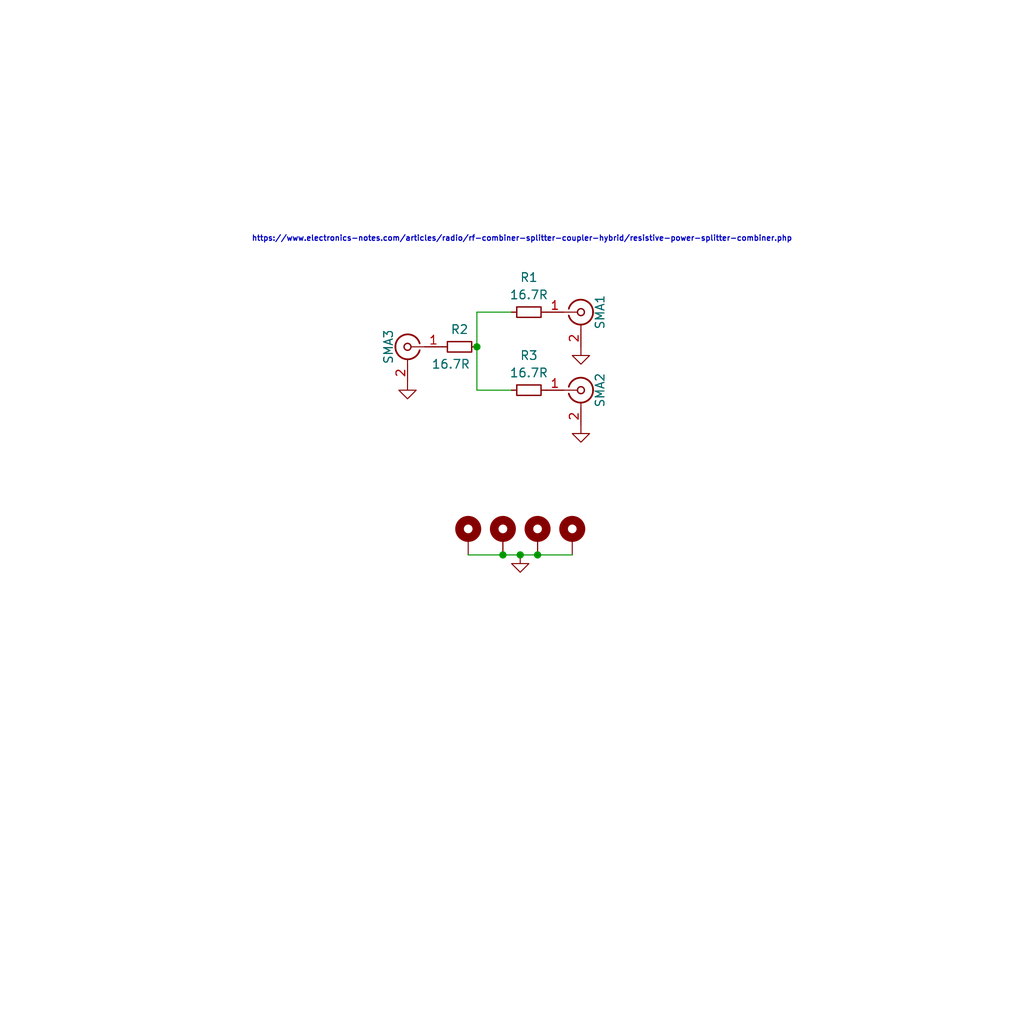
<source format=kicad_sch>
(kicad_sch (version 20230121) (generator eeschema)
  (paper "User" 150.012 150.012)
  (title_block (title "RF Splitter") (date "2023-09-24") (company "Dhiru Kholia (VU3CER)"))
  (lib_symbols
    (symbol "Connector:Conn_Coaxial" (pin_names (offset 1.016) hide)
      (property "Reference" "J" (at 0.254 3.048 0))
      (property "Value" "Conn_Coaxial" (at 2.921 0 90))
      (symbol "Conn_Coaxial_0_1"
        (arc (start -1.778 -0.508) (mid 0.2311 -1.8066) (end 1.778 0) (stroke (width 0.254)))
        (polyline (pts (xy -2.54 0) (xy -0.508 0)))
        (polyline (pts (xy 0 -2.54) (xy 0 -1.778)))
        (circle (center 0 0) (radius 0.508) (stroke (width 0.2032)))
        (arc (start 1.778 0) (mid 0.2099 1.8101) (end -1.778 0.508) (stroke (width 0.254)))
      )
      (symbol "Conn_Coaxial_1_1"
        (pin passive line (at -5.08 0 0) (length 2.54) (name "In") (number "1"))
        (pin passive line (at 0 -5.08 90) (length 2.54) (name "Ext") (number "2"))
      )
    )
    (symbol "Device:R_Small" (pin_numbers hide) (pin_names (offset 0.254) hide)
      (property "Reference" "R" (at 0.762 0.508 0))
      (property "Value" "R_Small" (at 0.762 -1.016 0))
      (symbol "R_Small_0_1"
        (rectangle (start -0.762 1.778) (end 0.762 -1.778) (stroke (width 0.2032)))
      )
      (symbol "R_Small_1_1"
        (pin passive line (at 0 2.54 270) (length 0.762) (name "~") (number "1"))
        (pin passive line (at 0 -2.54 90) (length 0.762) (name "~") (number "2"))
      )
    )
    (symbol "Mechanical:MountingHole_Pad" (pin_numbers hide) (pin_names (offset 1.016) hide)
      (property "Reference" "H" (at 0 6.35 0))
      (property "Value" "MountingHole_Pad" (at 0 4.445 0))
      (symbol "MountingHole_Pad_0_1"
        (circle (center 0 1.27) (radius 1.27) (stroke (width 1.27)))
      )
      (symbol "MountingHole_Pad_1_1"
        (pin input line (at 0 -2.54 90) (length 2.54) (name "1") (number "1"))
      )
    )
    (symbol "power:GND" (power) (pin_names (offset 0))
      (property "Value" "GND" (at 0 -3.81 0))
      (symbol "GND_0_1"
        (polyline (pts (xy 0 0) (xy 0 -1.27) (xy 1.27 -1.27) (xy 0 -2.54) (xy -1.27 -1.27) (xy 0 -1.27)))
      )
      (symbol "GND_1_1"
        (pin power_in line (at 0 0 270) (length 0) hide (name "GND") (number "1"))
      )
    )
  )
  (junction (at 78.74 81.28))
  (junction (at 76.2 81.28))
  (junction (at 73.66 81.28))
  (junction (at 69.85 50.8))
  (wire (pts (xy 69.85 50.8) (xy 69.85 45.72)))
  (wire (pts (xy 69.85 50.8) (xy 69.85 57.15)))
  (wire (pts (xy 69.85 57.15) (xy 74.93 57.15)))
  (wire (pts (xy 73.66 81.28) (xy 76.2 81.28)))
  (wire (pts (xy 68.58 81.28) (xy 73.66 81.28)))
  (wire (pts (xy 78.74 81.28) (xy 83.82 81.28)))
  (wire (pts (xy 69.85 45.72) (xy 74.93 45.72)))
  (wire (pts (xy 76.2 81.28) (xy 78.74 81.28)))
  (text "https://www.electronics-notes.com/articles/radio/rf-combiner-splitter-coupler-hybrid/resistive-power-splitter-combiner.php" (at 36.83 35.56 0) (effects (font (size 0.8 0.8)) (justify left bottom)))
  (symbol (lib_id "power:GND") (at 85.09 62.23 0) (unit 1)
    (property "Reference" "#PWR01" (effects hide))
    (property "Value" "GND" (effects hide))
  )
  (symbol (lib_id "Mechanical:MountingHole_Pad") (at 73.66 78.74 0) (unit 1)
    (property "Reference" "H2" (effects hide))
    (property "Value" "MountingHole_Pad" (effects hide))
    (property "Footprint" "MountingHole:MountingHole_3.2mm_M3_Pad_Via" (effects hide))
  )
  (symbol (lib_id "Connector:Conn_Coaxial") (at 59.69 50.8 0) (mirror y) (unit 1)
    (property "Reference" "SMA3" (at 56.896 50.8 90))
    (property "Value" "S" (effects hide))
    (property "Footprint" "footprints:SMA_EDGELAUNCH_Modded" (effects hide))
    (property "Datasheet" " ~" (effects hide))
  )
  (symbol (lib_id "Mechanical:MountingHole_Pad") (at 83.82 78.74 0) (unit 1)
    (property "Reference" "H4" (effects hide))
    (property "Value" "MountingHole_Pad" (effects hide))
    (property "Footprint" "MountingHole:MountingHole_3.2mm_M3_Pad_Via" (effects hide))
  )
  (symbol (lib_id "power:GND") (at 59.69 55.88 0) (unit 1)
    (property "Reference" "#PWR05" (effects hide))
    (property "Value" "GND" (effects hide))
  )
  (symbol (lib_id "Mechanical:MountingHole_Pad") (at 68.58 78.74 0) (unit 1)
    (property "Reference" "H1" (effects hide))
    (property "Value" "MountingHole_Pad" (effects hide))
    (property "Footprint" "MountingHole:MountingHole_3.2mm_M3_Pad_Via" (effects hide))
  )
  (symbol (lib_id "Connector:Conn_Coaxial") (at 85.09 57.15 0) (unit 1)
    (property "Reference" "SMA2" (at 87.884 57.15 90))
    (property "Value" "X2" (effects hide))
    (property "Footprint" "footprints:SMA_EDGELAUNCH_Modded" (effects hide))
    (property "Datasheet" " ~" (effects hide))
  )
  (symbol (lib_id "Device:R_Small") (at 67.31 50.8 90) (unit 1)
    (property "Reference" "R2" (at 67.31 48.26 90))
    (property "Value" "16.7R" (at 66.04 53.34 90))
    (property "Footprint" "Resistor_SMD:R_1206_3216Metric_Pad1.30x1.75mm_HandSolder" (effects hide))
  )
  (symbol (lib_id "Mechanical:MountingHole_Pad") (at 78.74 78.74 0) (unit 1)
    (property "Reference" "H3" (effects hide))
    (property "Value" "MountingHole_Pad" (effects hide))
    (property "Footprint" "MountingHole:MountingHole_3.2mm_M3_Pad_Via" (effects hide))
  )
  (symbol (lib_id "Connector:Conn_Coaxial") (at 85.09 45.72 0) (unit 1)
    (property "Reference" "SMA1" (at 87.884 45.72 90))
    (property "Value" "X1" (effects hide))
    (property "Footprint" "footprints:SMA_EDGELAUNCH_Modded" (effects hide))
    (property "Datasheet" " ~" (effects hide))
  )
  (symbol (lib_id "Device:R_Small") (at 77.47 45.72 90) (unit 1)
    (property "Reference" "R1" (at 77.47 40.64 90))
    (property "Value" "16.7R" (at 77.47 43.18 90))
    (property "Footprint" "Resistor_SMD:R_1206_3216Metric_Pad1.30x1.75mm_HandSolder" (effects hide))
  )
  (symbol (lib_id "power:GND") (at 85.09 50.8 0) (unit 1)
    (property "Reference" "#PWR07" (effects hide))
    (property "Value" "GND" (effects hide))
  )
  (symbol (lib_id "power:GND") (at 76.2 81.28 0) (unit 1)
    (property "Reference" "#PWR016" (effects hide))
    (property "Value" "GND" (effects hide))
  )
  (symbol (lib_id "Device:R_Small") (at 77.47 57.15 90) (unit 1)
    (property "Reference" "R3" (at 77.47 52.07 90))
    (property "Value" "16.7R" (at 77.47 54.61 90))
    (property "Footprint" "Resistor_SMD:R_1206_3216Metric_Pad1.30x1.75mm_HandSolder" (effects hide))
  )
)
</source>
